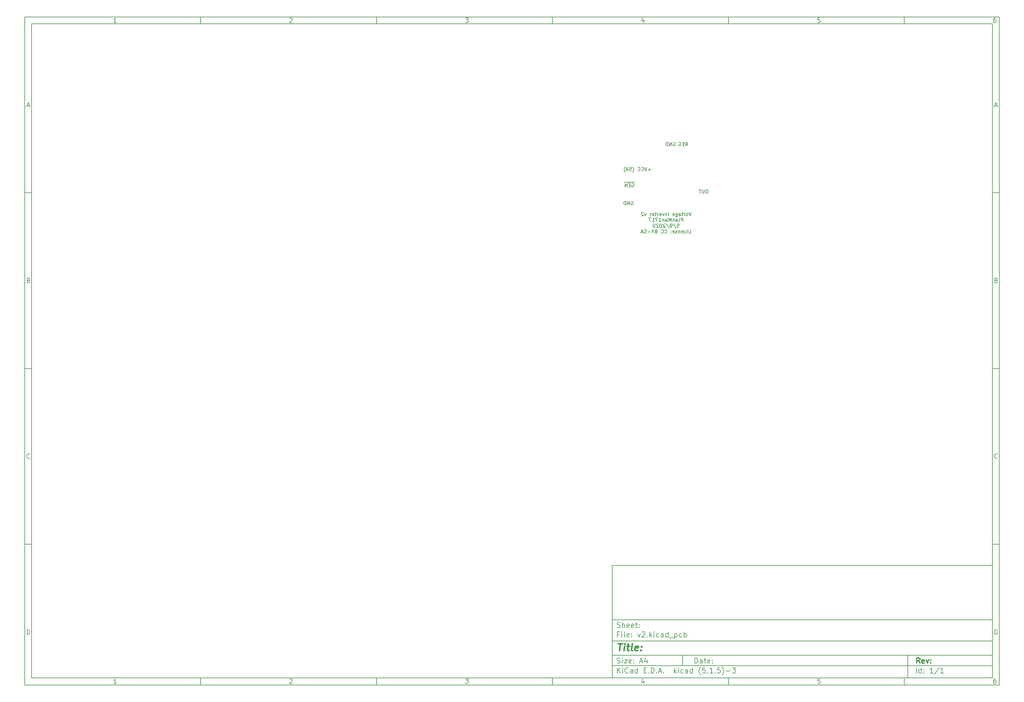
<source format=gbr>
G04 #@! TF.GenerationSoftware,KiCad,Pcbnew,(5.1.5)-3*
G04 #@! TF.CreationDate,2020-05-09T15:27:07-04:00*
G04 #@! TF.ProjectId,v2,76322e6b-6963-4616-945f-706362585858,rev?*
G04 #@! TF.SameCoordinates,Original*
G04 #@! TF.FileFunction,Legend,Bot*
G04 #@! TF.FilePolarity,Positive*
%FSLAX46Y46*%
G04 Gerber Fmt 4.6, Leading zero omitted, Abs format (unit mm)*
G04 Created by KiCad (PCBNEW (5.1.5)-3) date 2020-05-09 15:27:07*
%MOMM*%
%LPD*%
G04 APERTURE LIST*
%ADD10C,0.100000*%
%ADD11C,0.150000*%
%ADD12C,0.300000*%
%ADD13C,0.400000*%
G04 APERTURE END LIST*
D10*
D11*
X177002200Y-166007200D02*
X177002200Y-198007200D01*
X285002200Y-198007200D01*
X285002200Y-166007200D01*
X177002200Y-166007200D01*
D10*
D11*
X10000000Y-10000000D02*
X10000000Y-200007200D01*
X287002200Y-200007200D01*
X287002200Y-10000000D01*
X10000000Y-10000000D01*
D10*
D11*
X12000000Y-12000000D02*
X12000000Y-198007200D01*
X285002200Y-198007200D01*
X285002200Y-12000000D01*
X12000000Y-12000000D01*
D10*
D11*
X60000000Y-12000000D02*
X60000000Y-10000000D01*
D10*
D11*
X110000000Y-12000000D02*
X110000000Y-10000000D01*
D10*
D11*
X160000000Y-12000000D02*
X160000000Y-10000000D01*
D10*
D11*
X210000000Y-12000000D02*
X210000000Y-10000000D01*
D10*
D11*
X260000000Y-12000000D02*
X260000000Y-10000000D01*
D10*
D11*
X36065476Y-11588095D02*
X35322619Y-11588095D01*
X35694047Y-11588095D02*
X35694047Y-10288095D01*
X35570238Y-10473809D01*
X35446428Y-10597619D01*
X35322619Y-10659523D01*
D10*
D11*
X85322619Y-10411904D02*
X85384523Y-10350000D01*
X85508333Y-10288095D01*
X85817857Y-10288095D01*
X85941666Y-10350000D01*
X86003571Y-10411904D01*
X86065476Y-10535714D01*
X86065476Y-10659523D01*
X86003571Y-10845238D01*
X85260714Y-11588095D01*
X86065476Y-11588095D01*
D10*
D11*
X135260714Y-10288095D02*
X136065476Y-10288095D01*
X135632142Y-10783333D01*
X135817857Y-10783333D01*
X135941666Y-10845238D01*
X136003571Y-10907142D01*
X136065476Y-11030952D01*
X136065476Y-11340476D01*
X136003571Y-11464285D01*
X135941666Y-11526190D01*
X135817857Y-11588095D01*
X135446428Y-11588095D01*
X135322619Y-11526190D01*
X135260714Y-11464285D01*
D10*
D11*
X185941666Y-10721428D02*
X185941666Y-11588095D01*
X185632142Y-10226190D02*
X185322619Y-11154761D01*
X186127380Y-11154761D01*
D10*
D11*
X236003571Y-10288095D02*
X235384523Y-10288095D01*
X235322619Y-10907142D01*
X235384523Y-10845238D01*
X235508333Y-10783333D01*
X235817857Y-10783333D01*
X235941666Y-10845238D01*
X236003571Y-10907142D01*
X236065476Y-11030952D01*
X236065476Y-11340476D01*
X236003571Y-11464285D01*
X235941666Y-11526190D01*
X235817857Y-11588095D01*
X235508333Y-11588095D01*
X235384523Y-11526190D01*
X235322619Y-11464285D01*
D10*
D11*
X285941666Y-10288095D02*
X285694047Y-10288095D01*
X285570238Y-10350000D01*
X285508333Y-10411904D01*
X285384523Y-10597619D01*
X285322619Y-10845238D01*
X285322619Y-11340476D01*
X285384523Y-11464285D01*
X285446428Y-11526190D01*
X285570238Y-11588095D01*
X285817857Y-11588095D01*
X285941666Y-11526190D01*
X286003571Y-11464285D01*
X286065476Y-11340476D01*
X286065476Y-11030952D01*
X286003571Y-10907142D01*
X285941666Y-10845238D01*
X285817857Y-10783333D01*
X285570238Y-10783333D01*
X285446428Y-10845238D01*
X285384523Y-10907142D01*
X285322619Y-11030952D01*
D10*
D11*
X60000000Y-198007200D02*
X60000000Y-200007200D01*
D10*
D11*
X110000000Y-198007200D02*
X110000000Y-200007200D01*
D10*
D11*
X160000000Y-198007200D02*
X160000000Y-200007200D01*
D10*
D11*
X210000000Y-198007200D02*
X210000000Y-200007200D01*
D10*
D11*
X260000000Y-198007200D02*
X260000000Y-200007200D01*
D10*
D11*
X36065476Y-199595295D02*
X35322619Y-199595295D01*
X35694047Y-199595295D02*
X35694047Y-198295295D01*
X35570238Y-198481009D01*
X35446428Y-198604819D01*
X35322619Y-198666723D01*
D10*
D11*
X85322619Y-198419104D02*
X85384523Y-198357200D01*
X85508333Y-198295295D01*
X85817857Y-198295295D01*
X85941666Y-198357200D01*
X86003571Y-198419104D01*
X86065476Y-198542914D01*
X86065476Y-198666723D01*
X86003571Y-198852438D01*
X85260714Y-199595295D01*
X86065476Y-199595295D01*
D10*
D11*
X135260714Y-198295295D02*
X136065476Y-198295295D01*
X135632142Y-198790533D01*
X135817857Y-198790533D01*
X135941666Y-198852438D01*
X136003571Y-198914342D01*
X136065476Y-199038152D01*
X136065476Y-199347676D01*
X136003571Y-199471485D01*
X135941666Y-199533390D01*
X135817857Y-199595295D01*
X135446428Y-199595295D01*
X135322619Y-199533390D01*
X135260714Y-199471485D01*
D10*
D11*
X185941666Y-198728628D02*
X185941666Y-199595295D01*
X185632142Y-198233390D02*
X185322619Y-199161961D01*
X186127380Y-199161961D01*
D10*
D11*
X236003571Y-198295295D02*
X235384523Y-198295295D01*
X235322619Y-198914342D01*
X235384523Y-198852438D01*
X235508333Y-198790533D01*
X235817857Y-198790533D01*
X235941666Y-198852438D01*
X236003571Y-198914342D01*
X236065476Y-199038152D01*
X236065476Y-199347676D01*
X236003571Y-199471485D01*
X235941666Y-199533390D01*
X235817857Y-199595295D01*
X235508333Y-199595295D01*
X235384523Y-199533390D01*
X235322619Y-199471485D01*
D10*
D11*
X285941666Y-198295295D02*
X285694047Y-198295295D01*
X285570238Y-198357200D01*
X285508333Y-198419104D01*
X285384523Y-198604819D01*
X285322619Y-198852438D01*
X285322619Y-199347676D01*
X285384523Y-199471485D01*
X285446428Y-199533390D01*
X285570238Y-199595295D01*
X285817857Y-199595295D01*
X285941666Y-199533390D01*
X286003571Y-199471485D01*
X286065476Y-199347676D01*
X286065476Y-199038152D01*
X286003571Y-198914342D01*
X285941666Y-198852438D01*
X285817857Y-198790533D01*
X285570238Y-198790533D01*
X285446428Y-198852438D01*
X285384523Y-198914342D01*
X285322619Y-199038152D01*
D10*
D11*
X10000000Y-60000000D02*
X12000000Y-60000000D01*
D10*
D11*
X10000000Y-110000000D02*
X12000000Y-110000000D01*
D10*
D11*
X10000000Y-160000000D02*
X12000000Y-160000000D01*
D10*
D11*
X10690476Y-35216666D02*
X11309523Y-35216666D01*
X10566666Y-35588095D02*
X11000000Y-34288095D01*
X11433333Y-35588095D01*
D10*
D11*
X11092857Y-84907142D02*
X11278571Y-84969047D01*
X11340476Y-85030952D01*
X11402380Y-85154761D01*
X11402380Y-85340476D01*
X11340476Y-85464285D01*
X11278571Y-85526190D01*
X11154761Y-85588095D01*
X10659523Y-85588095D01*
X10659523Y-84288095D01*
X11092857Y-84288095D01*
X11216666Y-84350000D01*
X11278571Y-84411904D01*
X11340476Y-84535714D01*
X11340476Y-84659523D01*
X11278571Y-84783333D01*
X11216666Y-84845238D01*
X11092857Y-84907142D01*
X10659523Y-84907142D01*
D10*
D11*
X11402380Y-135464285D02*
X11340476Y-135526190D01*
X11154761Y-135588095D01*
X11030952Y-135588095D01*
X10845238Y-135526190D01*
X10721428Y-135402380D01*
X10659523Y-135278571D01*
X10597619Y-135030952D01*
X10597619Y-134845238D01*
X10659523Y-134597619D01*
X10721428Y-134473809D01*
X10845238Y-134350000D01*
X11030952Y-134288095D01*
X11154761Y-134288095D01*
X11340476Y-134350000D01*
X11402380Y-134411904D01*
D10*
D11*
X10659523Y-185588095D02*
X10659523Y-184288095D01*
X10969047Y-184288095D01*
X11154761Y-184350000D01*
X11278571Y-184473809D01*
X11340476Y-184597619D01*
X11402380Y-184845238D01*
X11402380Y-185030952D01*
X11340476Y-185278571D01*
X11278571Y-185402380D01*
X11154761Y-185526190D01*
X10969047Y-185588095D01*
X10659523Y-185588095D01*
D10*
D11*
X287002200Y-60000000D02*
X285002200Y-60000000D01*
D10*
D11*
X287002200Y-110000000D02*
X285002200Y-110000000D01*
D10*
D11*
X287002200Y-160000000D02*
X285002200Y-160000000D01*
D10*
D11*
X285692676Y-35216666D02*
X286311723Y-35216666D01*
X285568866Y-35588095D02*
X286002200Y-34288095D01*
X286435533Y-35588095D01*
D10*
D11*
X286095057Y-84907142D02*
X286280771Y-84969047D01*
X286342676Y-85030952D01*
X286404580Y-85154761D01*
X286404580Y-85340476D01*
X286342676Y-85464285D01*
X286280771Y-85526190D01*
X286156961Y-85588095D01*
X285661723Y-85588095D01*
X285661723Y-84288095D01*
X286095057Y-84288095D01*
X286218866Y-84350000D01*
X286280771Y-84411904D01*
X286342676Y-84535714D01*
X286342676Y-84659523D01*
X286280771Y-84783333D01*
X286218866Y-84845238D01*
X286095057Y-84907142D01*
X285661723Y-84907142D01*
D10*
D11*
X286404580Y-135464285D02*
X286342676Y-135526190D01*
X286156961Y-135588095D01*
X286033152Y-135588095D01*
X285847438Y-135526190D01*
X285723628Y-135402380D01*
X285661723Y-135278571D01*
X285599819Y-135030952D01*
X285599819Y-134845238D01*
X285661723Y-134597619D01*
X285723628Y-134473809D01*
X285847438Y-134350000D01*
X286033152Y-134288095D01*
X286156961Y-134288095D01*
X286342676Y-134350000D01*
X286404580Y-134411904D01*
D10*
D11*
X285661723Y-185588095D02*
X285661723Y-184288095D01*
X285971247Y-184288095D01*
X286156961Y-184350000D01*
X286280771Y-184473809D01*
X286342676Y-184597619D01*
X286404580Y-184845238D01*
X286404580Y-185030952D01*
X286342676Y-185278571D01*
X286280771Y-185402380D01*
X286156961Y-185526190D01*
X285971247Y-185588095D01*
X285661723Y-185588095D01*
D10*
D11*
X200434342Y-193785771D02*
X200434342Y-192285771D01*
X200791485Y-192285771D01*
X201005771Y-192357200D01*
X201148628Y-192500057D01*
X201220057Y-192642914D01*
X201291485Y-192928628D01*
X201291485Y-193142914D01*
X201220057Y-193428628D01*
X201148628Y-193571485D01*
X201005771Y-193714342D01*
X200791485Y-193785771D01*
X200434342Y-193785771D01*
X202577200Y-193785771D02*
X202577200Y-193000057D01*
X202505771Y-192857200D01*
X202362914Y-192785771D01*
X202077200Y-192785771D01*
X201934342Y-192857200D01*
X202577200Y-193714342D02*
X202434342Y-193785771D01*
X202077200Y-193785771D01*
X201934342Y-193714342D01*
X201862914Y-193571485D01*
X201862914Y-193428628D01*
X201934342Y-193285771D01*
X202077200Y-193214342D01*
X202434342Y-193214342D01*
X202577200Y-193142914D01*
X203077200Y-192785771D02*
X203648628Y-192785771D01*
X203291485Y-192285771D02*
X203291485Y-193571485D01*
X203362914Y-193714342D01*
X203505771Y-193785771D01*
X203648628Y-193785771D01*
X204720057Y-193714342D02*
X204577200Y-193785771D01*
X204291485Y-193785771D01*
X204148628Y-193714342D01*
X204077200Y-193571485D01*
X204077200Y-193000057D01*
X204148628Y-192857200D01*
X204291485Y-192785771D01*
X204577200Y-192785771D01*
X204720057Y-192857200D01*
X204791485Y-193000057D01*
X204791485Y-193142914D01*
X204077200Y-193285771D01*
X205434342Y-193642914D02*
X205505771Y-193714342D01*
X205434342Y-193785771D01*
X205362914Y-193714342D01*
X205434342Y-193642914D01*
X205434342Y-193785771D01*
X205434342Y-192857200D02*
X205505771Y-192928628D01*
X205434342Y-193000057D01*
X205362914Y-192928628D01*
X205434342Y-192857200D01*
X205434342Y-193000057D01*
D10*
D11*
X177002200Y-194507200D02*
X285002200Y-194507200D01*
D10*
D11*
X178434342Y-196585771D02*
X178434342Y-195085771D01*
X179291485Y-196585771D02*
X178648628Y-195728628D01*
X179291485Y-195085771D02*
X178434342Y-195942914D01*
X179934342Y-196585771D02*
X179934342Y-195585771D01*
X179934342Y-195085771D02*
X179862914Y-195157200D01*
X179934342Y-195228628D01*
X180005771Y-195157200D01*
X179934342Y-195085771D01*
X179934342Y-195228628D01*
X181505771Y-196442914D02*
X181434342Y-196514342D01*
X181220057Y-196585771D01*
X181077200Y-196585771D01*
X180862914Y-196514342D01*
X180720057Y-196371485D01*
X180648628Y-196228628D01*
X180577200Y-195942914D01*
X180577200Y-195728628D01*
X180648628Y-195442914D01*
X180720057Y-195300057D01*
X180862914Y-195157200D01*
X181077200Y-195085771D01*
X181220057Y-195085771D01*
X181434342Y-195157200D01*
X181505771Y-195228628D01*
X182791485Y-196585771D02*
X182791485Y-195800057D01*
X182720057Y-195657200D01*
X182577200Y-195585771D01*
X182291485Y-195585771D01*
X182148628Y-195657200D01*
X182791485Y-196514342D02*
X182648628Y-196585771D01*
X182291485Y-196585771D01*
X182148628Y-196514342D01*
X182077200Y-196371485D01*
X182077200Y-196228628D01*
X182148628Y-196085771D01*
X182291485Y-196014342D01*
X182648628Y-196014342D01*
X182791485Y-195942914D01*
X184148628Y-196585771D02*
X184148628Y-195085771D01*
X184148628Y-196514342D02*
X184005771Y-196585771D01*
X183720057Y-196585771D01*
X183577200Y-196514342D01*
X183505771Y-196442914D01*
X183434342Y-196300057D01*
X183434342Y-195871485D01*
X183505771Y-195728628D01*
X183577200Y-195657200D01*
X183720057Y-195585771D01*
X184005771Y-195585771D01*
X184148628Y-195657200D01*
X186005771Y-195800057D02*
X186505771Y-195800057D01*
X186720057Y-196585771D02*
X186005771Y-196585771D01*
X186005771Y-195085771D01*
X186720057Y-195085771D01*
X187362914Y-196442914D02*
X187434342Y-196514342D01*
X187362914Y-196585771D01*
X187291485Y-196514342D01*
X187362914Y-196442914D01*
X187362914Y-196585771D01*
X188077200Y-196585771D02*
X188077200Y-195085771D01*
X188434342Y-195085771D01*
X188648628Y-195157200D01*
X188791485Y-195300057D01*
X188862914Y-195442914D01*
X188934342Y-195728628D01*
X188934342Y-195942914D01*
X188862914Y-196228628D01*
X188791485Y-196371485D01*
X188648628Y-196514342D01*
X188434342Y-196585771D01*
X188077200Y-196585771D01*
X189577200Y-196442914D02*
X189648628Y-196514342D01*
X189577200Y-196585771D01*
X189505771Y-196514342D01*
X189577200Y-196442914D01*
X189577200Y-196585771D01*
X190220057Y-196157200D02*
X190934342Y-196157200D01*
X190077200Y-196585771D02*
X190577200Y-195085771D01*
X191077200Y-196585771D01*
X191577200Y-196442914D02*
X191648628Y-196514342D01*
X191577200Y-196585771D01*
X191505771Y-196514342D01*
X191577200Y-196442914D01*
X191577200Y-196585771D01*
X194577200Y-196585771D02*
X194577200Y-195085771D01*
X194720057Y-196014342D02*
X195148628Y-196585771D01*
X195148628Y-195585771D02*
X194577200Y-196157200D01*
X195791485Y-196585771D02*
X195791485Y-195585771D01*
X195791485Y-195085771D02*
X195720057Y-195157200D01*
X195791485Y-195228628D01*
X195862914Y-195157200D01*
X195791485Y-195085771D01*
X195791485Y-195228628D01*
X197148628Y-196514342D02*
X197005771Y-196585771D01*
X196720057Y-196585771D01*
X196577200Y-196514342D01*
X196505771Y-196442914D01*
X196434342Y-196300057D01*
X196434342Y-195871485D01*
X196505771Y-195728628D01*
X196577200Y-195657200D01*
X196720057Y-195585771D01*
X197005771Y-195585771D01*
X197148628Y-195657200D01*
X198434342Y-196585771D02*
X198434342Y-195800057D01*
X198362914Y-195657200D01*
X198220057Y-195585771D01*
X197934342Y-195585771D01*
X197791485Y-195657200D01*
X198434342Y-196514342D02*
X198291485Y-196585771D01*
X197934342Y-196585771D01*
X197791485Y-196514342D01*
X197720057Y-196371485D01*
X197720057Y-196228628D01*
X197791485Y-196085771D01*
X197934342Y-196014342D01*
X198291485Y-196014342D01*
X198434342Y-195942914D01*
X199791485Y-196585771D02*
X199791485Y-195085771D01*
X199791485Y-196514342D02*
X199648628Y-196585771D01*
X199362914Y-196585771D01*
X199220057Y-196514342D01*
X199148628Y-196442914D01*
X199077200Y-196300057D01*
X199077200Y-195871485D01*
X199148628Y-195728628D01*
X199220057Y-195657200D01*
X199362914Y-195585771D01*
X199648628Y-195585771D01*
X199791485Y-195657200D01*
X202077200Y-197157200D02*
X202005771Y-197085771D01*
X201862914Y-196871485D01*
X201791485Y-196728628D01*
X201720057Y-196514342D01*
X201648628Y-196157200D01*
X201648628Y-195871485D01*
X201720057Y-195514342D01*
X201791485Y-195300057D01*
X201862914Y-195157200D01*
X202005771Y-194942914D01*
X202077200Y-194871485D01*
X203362914Y-195085771D02*
X202648628Y-195085771D01*
X202577200Y-195800057D01*
X202648628Y-195728628D01*
X202791485Y-195657200D01*
X203148628Y-195657200D01*
X203291485Y-195728628D01*
X203362914Y-195800057D01*
X203434342Y-195942914D01*
X203434342Y-196300057D01*
X203362914Y-196442914D01*
X203291485Y-196514342D01*
X203148628Y-196585771D01*
X202791485Y-196585771D01*
X202648628Y-196514342D01*
X202577200Y-196442914D01*
X204077200Y-196442914D02*
X204148628Y-196514342D01*
X204077200Y-196585771D01*
X204005771Y-196514342D01*
X204077200Y-196442914D01*
X204077200Y-196585771D01*
X205577200Y-196585771D02*
X204720057Y-196585771D01*
X205148628Y-196585771D02*
X205148628Y-195085771D01*
X205005771Y-195300057D01*
X204862914Y-195442914D01*
X204720057Y-195514342D01*
X206220057Y-196442914D02*
X206291485Y-196514342D01*
X206220057Y-196585771D01*
X206148628Y-196514342D01*
X206220057Y-196442914D01*
X206220057Y-196585771D01*
X207648628Y-195085771D02*
X206934342Y-195085771D01*
X206862914Y-195800057D01*
X206934342Y-195728628D01*
X207077200Y-195657200D01*
X207434342Y-195657200D01*
X207577200Y-195728628D01*
X207648628Y-195800057D01*
X207720057Y-195942914D01*
X207720057Y-196300057D01*
X207648628Y-196442914D01*
X207577200Y-196514342D01*
X207434342Y-196585771D01*
X207077200Y-196585771D01*
X206934342Y-196514342D01*
X206862914Y-196442914D01*
X208220057Y-197157200D02*
X208291485Y-197085771D01*
X208434342Y-196871485D01*
X208505771Y-196728628D01*
X208577200Y-196514342D01*
X208648628Y-196157200D01*
X208648628Y-195871485D01*
X208577200Y-195514342D01*
X208505771Y-195300057D01*
X208434342Y-195157200D01*
X208291485Y-194942914D01*
X208220057Y-194871485D01*
X209362914Y-196014342D02*
X210505771Y-196014342D01*
X211077200Y-195085771D02*
X212005771Y-195085771D01*
X211505771Y-195657200D01*
X211720057Y-195657200D01*
X211862914Y-195728628D01*
X211934342Y-195800057D01*
X212005771Y-195942914D01*
X212005771Y-196300057D01*
X211934342Y-196442914D01*
X211862914Y-196514342D01*
X211720057Y-196585771D01*
X211291485Y-196585771D01*
X211148628Y-196514342D01*
X211077200Y-196442914D01*
D10*
D11*
X177002200Y-191507200D02*
X285002200Y-191507200D01*
D10*
D12*
X264411485Y-193785771D02*
X263911485Y-193071485D01*
X263554342Y-193785771D02*
X263554342Y-192285771D01*
X264125771Y-192285771D01*
X264268628Y-192357200D01*
X264340057Y-192428628D01*
X264411485Y-192571485D01*
X264411485Y-192785771D01*
X264340057Y-192928628D01*
X264268628Y-193000057D01*
X264125771Y-193071485D01*
X263554342Y-193071485D01*
X265625771Y-193714342D02*
X265482914Y-193785771D01*
X265197200Y-193785771D01*
X265054342Y-193714342D01*
X264982914Y-193571485D01*
X264982914Y-193000057D01*
X265054342Y-192857200D01*
X265197200Y-192785771D01*
X265482914Y-192785771D01*
X265625771Y-192857200D01*
X265697200Y-193000057D01*
X265697200Y-193142914D01*
X264982914Y-193285771D01*
X266197200Y-192785771D02*
X266554342Y-193785771D01*
X266911485Y-192785771D01*
X267482914Y-193642914D02*
X267554342Y-193714342D01*
X267482914Y-193785771D01*
X267411485Y-193714342D01*
X267482914Y-193642914D01*
X267482914Y-193785771D01*
X267482914Y-192857200D02*
X267554342Y-192928628D01*
X267482914Y-193000057D01*
X267411485Y-192928628D01*
X267482914Y-192857200D01*
X267482914Y-193000057D01*
D10*
D11*
X178362914Y-193714342D02*
X178577200Y-193785771D01*
X178934342Y-193785771D01*
X179077200Y-193714342D01*
X179148628Y-193642914D01*
X179220057Y-193500057D01*
X179220057Y-193357200D01*
X179148628Y-193214342D01*
X179077200Y-193142914D01*
X178934342Y-193071485D01*
X178648628Y-193000057D01*
X178505771Y-192928628D01*
X178434342Y-192857200D01*
X178362914Y-192714342D01*
X178362914Y-192571485D01*
X178434342Y-192428628D01*
X178505771Y-192357200D01*
X178648628Y-192285771D01*
X179005771Y-192285771D01*
X179220057Y-192357200D01*
X179862914Y-193785771D02*
X179862914Y-192785771D01*
X179862914Y-192285771D02*
X179791485Y-192357200D01*
X179862914Y-192428628D01*
X179934342Y-192357200D01*
X179862914Y-192285771D01*
X179862914Y-192428628D01*
X180434342Y-192785771D02*
X181220057Y-192785771D01*
X180434342Y-193785771D01*
X181220057Y-193785771D01*
X182362914Y-193714342D02*
X182220057Y-193785771D01*
X181934342Y-193785771D01*
X181791485Y-193714342D01*
X181720057Y-193571485D01*
X181720057Y-193000057D01*
X181791485Y-192857200D01*
X181934342Y-192785771D01*
X182220057Y-192785771D01*
X182362914Y-192857200D01*
X182434342Y-193000057D01*
X182434342Y-193142914D01*
X181720057Y-193285771D01*
X183077200Y-193642914D02*
X183148628Y-193714342D01*
X183077200Y-193785771D01*
X183005771Y-193714342D01*
X183077200Y-193642914D01*
X183077200Y-193785771D01*
X183077200Y-192857200D02*
X183148628Y-192928628D01*
X183077200Y-193000057D01*
X183005771Y-192928628D01*
X183077200Y-192857200D01*
X183077200Y-193000057D01*
X184862914Y-193357200D02*
X185577200Y-193357200D01*
X184720057Y-193785771D02*
X185220057Y-192285771D01*
X185720057Y-193785771D01*
X186862914Y-192785771D02*
X186862914Y-193785771D01*
X186505771Y-192214342D02*
X186148628Y-193285771D01*
X187077200Y-193285771D01*
D10*
D11*
X263434342Y-196585771D02*
X263434342Y-195085771D01*
X264791485Y-196585771D02*
X264791485Y-195085771D01*
X264791485Y-196514342D02*
X264648628Y-196585771D01*
X264362914Y-196585771D01*
X264220057Y-196514342D01*
X264148628Y-196442914D01*
X264077200Y-196300057D01*
X264077200Y-195871485D01*
X264148628Y-195728628D01*
X264220057Y-195657200D01*
X264362914Y-195585771D01*
X264648628Y-195585771D01*
X264791485Y-195657200D01*
X265505771Y-196442914D02*
X265577200Y-196514342D01*
X265505771Y-196585771D01*
X265434342Y-196514342D01*
X265505771Y-196442914D01*
X265505771Y-196585771D01*
X265505771Y-195657200D02*
X265577200Y-195728628D01*
X265505771Y-195800057D01*
X265434342Y-195728628D01*
X265505771Y-195657200D01*
X265505771Y-195800057D01*
X268148628Y-196585771D02*
X267291485Y-196585771D01*
X267720057Y-196585771D02*
X267720057Y-195085771D01*
X267577200Y-195300057D01*
X267434342Y-195442914D01*
X267291485Y-195514342D01*
X269862914Y-195014342D02*
X268577200Y-196942914D01*
X271148628Y-196585771D02*
X270291485Y-196585771D01*
X270720057Y-196585771D02*
X270720057Y-195085771D01*
X270577200Y-195300057D01*
X270434342Y-195442914D01*
X270291485Y-195514342D01*
D10*
D11*
X177002200Y-187507200D02*
X285002200Y-187507200D01*
D10*
D13*
X178714580Y-188211961D02*
X179857438Y-188211961D01*
X179036009Y-190211961D02*
X179286009Y-188211961D01*
X180274104Y-190211961D02*
X180440771Y-188878628D01*
X180524104Y-188211961D02*
X180416961Y-188307200D01*
X180500295Y-188402438D01*
X180607438Y-188307200D01*
X180524104Y-188211961D01*
X180500295Y-188402438D01*
X181107438Y-188878628D02*
X181869342Y-188878628D01*
X181476485Y-188211961D02*
X181262200Y-189926247D01*
X181333628Y-190116723D01*
X181512200Y-190211961D01*
X181702676Y-190211961D01*
X182655057Y-190211961D02*
X182476485Y-190116723D01*
X182405057Y-189926247D01*
X182619342Y-188211961D01*
X184190771Y-190116723D02*
X183988390Y-190211961D01*
X183607438Y-190211961D01*
X183428866Y-190116723D01*
X183357438Y-189926247D01*
X183452676Y-189164342D01*
X183571723Y-188973866D01*
X183774104Y-188878628D01*
X184155057Y-188878628D01*
X184333628Y-188973866D01*
X184405057Y-189164342D01*
X184381247Y-189354819D01*
X183405057Y-189545295D01*
X185155057Y-190021485D02*
X185238390Y-190116723D01*
X185131247Y-190211961D01*
X185047914Y-190116723D01*
X185155057Y-190021485D01*
X185131247Y-190211961D01*
X185286009Y-188973866D02*
X185369342Y-189069104D01*
X185262200Y-189164342D01*
X185178866Y-189069104D01*
X185286009Y-188973866D01*
X185262200Y-189164342D01*
D10*
D11*
X178934342Y-185600057D02*
X178434342Y-185600057D01*
X178434342Y-186385771D02*
X178434342Y-184885771D01*
X179148628Y-184885771D01*
X179720057Y-186385771D02*
X179720057Y-185385771D01*
X179720057Y-184885771D02*
X179648628Y-184957200D01*
X179720057Y-185028628D01*
X179791485Y-184957200D01*
X179720057Y-184885771D01*
X179720057Y-185028628D01*
X180648628Y-186385771D02*
X180505771Y-186314342D01*
X180434342Y-186171485D01*
X180434342Y-184885771D01*
X181791485Y-186314342D02*
X181648628Y-186385771D01*
X181362914Y-186385771D01*
X181220057Y-186314342D01*
X181148628Y-186171485D01*
X181148628Y-185600057D01*
X181220057Y-185457200D01*
X181362914Y-185385771D01*
X181648628Y-185385771D01*
X181791485Y-185457200D01*
X181862914Y-185600057D01*
X181862914Y-185742914D01*
X181148628Y-185885771D01*
X182505771Y-186242914D02*
X182577200Y-186314342D01*
X182505771Y-186385771D01*
X182434342Y-186314342D01*
X182505771Y-186242914D01*
X182505771Y-186385771D01*
X182505771Y-185457200D02*
X182577200Y-185528628D01*
X182505771Y-185600057D01*
X182434342Y-185528628D01*
X182505771Y-185457200D01*
X182505771Y-185600057D01*
X184220057Y-185385771D02*
X184577200Y-186385771D01*
X184934342Y-185385771D01*
X185434342Y-185028628D02*
X185505771Y-184957200D01*
X185648628Y-184885771D01*
X186005771Y-184885771D01*
X186148628Y-184957200D01*
X186220057Y-185028628D01*
X186291485Y-185171485D01*
X186291485Y-185314342D01*
X186220057Y-185528628D01*
X185362914Y-186385771D01*
X186291485Y-186385771D01*
X186934342Y-186242914D02*
X187005771Y-186314342D01*
X186934342Y-186385771D01*
X186862914Y-186314342D01*
X186934342Y-186242914D01*
X186934342Y-186385771D01*
X187648628Y-186385771D02*
X187648628Y-184885771D01*
X187791485Y-185814342D02*
X188220057Y-186385771D01*
X188220057Y-185385771D02*
X187648628Y-185957200D01*
X188862914Y-186385771D02*
X188862914Y-185385771D01*
X188862914Y-184885771D02*
X188791485Y-184957200D01*
X188862914Y-185028628D01*
X188934342Y-184957200D01*
X188862914Y-184885771D01*
X188862914Y-185028628D01*
X190220057Y-186314342D02*
X190077200Y-186385771D01*
X189791485Y-186385771D01*
X189648628Y-186314342D01*
X189577200Y-186242914D01*
X189505771Y-186100057D01*
X189505771Y-185671485D01*
X189577200Y-185528628D01*
X189648628Y-185457200D01*
X189791485Y-185385771D01*
X190077200Y-185385771D01*
X190220057Y-185457200D01*
X191505771Y-186385771D02*
X191505771Y-185600057D01*
X191434342Y-185457200D01*
X191291485Y-185385771D01*
X191005771Y-185385771D01*
X190862914Y-185457200D01*
X191505771Y-186314342D02*
X191362914Y-186385771D01*
X191005771Y-186385771D01*
X190862914Y-186314342D01*
X190791485Y-186171485D01*
X190791485Y-186028628D01*
X190862914Y-185885771D01*
X191005771Y-185814342D01*
X191362914Y-185814342D01*
X191505771Y-185742914D01*
X192862914Y-186385771D02*
X192862914Y-184885771D01*
X192862914Y-186314342D02*
X192720057Y-186385771D01*
X192434342Y-186385771D01*
X192291485Y-186314342D01*
X192220057Y-186242914D01*
X192148628Y-186100057D01*
X192148628Y-185671485D01*
X192220057Y-185528628D01*
X192291485Y-185457200D01*
X192434342Y-185385771D01*
X192720057Y-185385771D01*
X192862914Y-185457200D01*
X193220057Y-186528628D02*
X194362914Y-186528628D01*
X194720057Y-185385771D02*
X194720057Y-186885771D01*
X194720057Y-185457200D02*
X194862914Y-185385771D01*
X195148628Y-185385771D01*
X195291485Y-185457200D01*
X195362914Y-185528628D01*
X195434342Y-185671485D01*
X195434342Y-186100057D01*
X195362914Y-186242914D01*
X195291485Y-186314342D01*
X195148628Y-186385771D01*
X194862914Y-186385771D01*
X194720057Y-186314342D01*
X196720057Y-186314342D02*
X196577200Y-186385771D01*
X196291485Y-186385771D01*
X196148628Y-186314342D01*
X196077200Y-186242914D01*
X196005771Y-186100057D01*
X196005771Y-185671485D01*
X196077200Y-185528628D01*
X196148628Y-185457200D01*
X196291485Y-185385771D01*
X196577200Y-185385771D01*
X196720057Y-185457200D01*
X197362914Y-186385771D02*
X197362914Y-184885771D01*
X197362914Y-185457200D02*
X197505771Y-185385771D01*
X197791485Y-185385771D01*
X197934342Y-185457200D01*
X198005771Y-185528628D01*
X198077200Y-185671485D01*
X198077200Y-186100057D01*
X198005771Y-186242914D01*
X197934342Y-186314342D01*
X197791485Y-186385771D01*
X197505771Y-186385771D01*
X197362914Y-186314342D01*
D10*
D11*
X177002200Y-181507200D02*
X285002200Y-181507200D01*
D10*
D11*
X178362914Y-183614342D02*
X178577200Y-183685771D01*
X178934342Y-183685771D01*
X179077200Y-183614342D01*
X179148628Y-183542914D01*
X179220057Y-183400057D01*
X179220057Y-183257200D01*
X179148628Y-183114342D01*
X179077200Y-183042914D01*
X178934342Y-182971485D01*
X178648628Y-182900057D01*
X178505771Y-182828628D01*
X178434342Y-182757200D01*
X178362914Y-182614342D01*
X178362914Y-182471485D01*
X178434342Y-182328628D01*
X178505771Y-182257200D01*
X178648628Y-182185771D01*
X179005771Y-182185771D01*
X179220057Y-182257200D01*
X179862914Y-183685771D02*
X179862914Y-182185771D01*
X180505771Y-183685771D02*
X180505771Y-182900057D01*
X180434342Y-182757200D01*
X180291485Y-182685771D01*
X180077200Y-182685771D01*
X179934342Y-182757200D01*
X179862914Y-182828628D01*
X181791485Y-183614342D02*
X181648628Y-183685771D01*
X181362914Y-183685771D01*
X181220057Y-183614342D01*
X181148628Y-183471485D01*
X181148628Y-182900057D01*
X181220057Y-182757200D01*
X181362914Y-182685771D01*
X181648628Y-182685771D01*
X181791485Y-182757200D01*
X181862914Y-182900057D01*
X181862914Y-183042914D01*
X181148628Y-183185771D01*
X183077200Y-183614342D02*
X182934342Y-183685771D01*
X182648628Y-183685771D01*
X182505771Y-183614342D01*
X182434342Y-183471485D01*
X182434342Y-182900057D01*
X182505771Y-182757200D01*
X182648628Y-182685771D01*
X182934342Y-182685771D01*
X183077200Y-182757200D01*
X183148628Y-182900057D01*
X183148628Y-183042914D01*
X182434342Y-183185771D01*
X183577200Y-182685771D02*
X184148628Y-182685771D01*
X183791485Y-182185771D02*
X183791485Y-183471485D01*
X183862914Y-183614342D01*
X184005771Y-183685771D01*
X184148628Y-183685771D01*
X184648628Y-183542914D02*
X184720057Y-183614342D01*
X184648628Y-183685771D01*
X184577200Y-183614342D01*
X184648628Y-183542914D01*
X184648628Y-183685771D01*
X184648628Y-182757200D02*
X184720057Y-182828628D01*
X184648628Y-182900057D01*
X184577200Y-182828628D01*
X184648628Y-182757200D01*
X184648628Y-182900057D01*
D10*
D11*
X197002200Y-191507200D02*
X197002200Y-194507200D01*
D10*
D11*
X261002200Y-191507200D02*
X261002200Y-198007200D01*
X199397047Y-65557380D02*
X199063714Y-66557380D01*
X198730380Y-65557380D01*
X198254190Y-66557380D02*
X198349428Y-66509761D01*
X198397047Y-66462142D01*
X198444666Y-66366904D01*
X198444666Y-66081190D01*
X198397047Y-65985952D01*
X198349428Y-65938333D01*
X198254190Y-65890714D01*
X198111333Y-65890714D01*
X198016095Y-65938333D01*
X197968476Y-65985952D01*
X197920857Y-66081190D01*
X197920857Y-66366904D01*
X197968476Y-66462142D01*
X198016095Y-66509761D01*
X198111333Y-66557380D01*
X198254190Y-66557380D01*
X197349428Y-66557380D02*
X197444666Y-66509761D01*
X197492285Y-66414523D01*
X197492285Y-65557380D01*
X197111333Y-65890714D02*
X196730380Y-65890714D01*
X196968476Y-65557380D02*
X196968476Y-66414523D01*
X196920857Y-66509761D01*
X196825619Y-66557380D01*
X196730380Y-66557380D01*
X195968476Y-66557380D02*
X195968476Y-66033571D01*
X196016095Y-65938333D01*
X196111333Y-65890714D01*
X196301809Y-65890714D01*
X196397047Y-65938333D01*
X195968476Y-66509761D02*
X196063714Y-66557380D01*
X196301809Y-66557380D01*
X196397047Y-66509761D01*
X196444666Y-66414523D01*
X196444666Y-66319285D01*
X196397047Y-66224047D01*
X196301809Y-66176428D01*
X196063714Y-66176428D01*
X195968476Y-66128809D01*
X195063714Y-65890714D02*
X195063714Y-66700238D01*
X195111333Y-66795476D01*
X195158952Y-66843095D01*
X195254190Y-66890714D01*
X195397047Y-66890714D01*
X195492285Y-66843095D01*
X195063714Y-66509761D02*
X195158952Y-66557380D01*
X195349428Y-66557380D01*
X195444666Y-66509761D01*
X195492285Y-66462142D01*
X195539904Y-66366904D01*
X195539904Y-66081190D01*
X195492285Y-65985952D01*
X195444666Y-65938333D01*
X195349428Y-65890714D01*
X195158952Y-65890714D01*
X195063714Y-65938333D01*
X194206571Y-66509761D02*
X194301809Y-66557380D01*
X194492285Y-66557380D01*
X194587523Y-66509761D01*
X194635142Y-66414523D01*
X194635142Y-66033571D01*
X194587523Y-65938333D01*
X194492285Y-65890714D01*
X194301809Y-65890714D01*
X194206571Y-65938333D01*
X194158952Y-66033571D01*
X194158952Y-66128809D01*
X194635142Y-66224047D01*
X192968476Y-66557380D02*
X192968476Y-65557380D01*
X192492285Y-65890714D02*
X192492285Y-66557380D01*
X192492285Y-65985952D02*
X192444666Y-65938333D01*
X192349428Y-65890714D01*
X192206571Y-65890714D01*
X192111333Y-65938333D01*
X192063714Y-66033571D01*
X192063714Y-66557380D01*
X191682761Y-65890714D02*
X191444666Y-66557380D01*
X191206571Y-65890714D01*
X190444666Y-66509761D02*
X190539904Y-66557380D01*
X190730380Y-66557380D01*
X190825619Y-66509761D01*
X190873238Y-66414523D01*
X190873238Y-66033571D01*
X190825619Y-65938333D01*
X190730380Y-65890714D01*
X190539904Y-65890714D01*
X190444666Y-65938333D01*
X190397047Y-66033571D01*
X190397047Y-66128809D01*
X190873238Y-66224047D01*
X189968476Y-66557380D02*
X189968476Y-65890714D01*
X189968476Y-66081190D02*
X189920857Y-65985952D01*
X189873238Y-65938333D01*
X189778000Y-65890714D01*
X189682761Y-65890714D01*
X189492285Y-65890714D02*
X189111333Y-65890714D01*
X189349428Y-65557380D02*
X189349428Y-66414523D01*
X189301809Y-66509761D01*
X189206571Y-66557380D01*
X189111333Y-66557380D01*
X188397047Y-66509761D02*
X188492285Y-66557380D01*
X188682761Y-66557380D01*
X188778000Y-66509761D01*
X188825619Y-66414523D01*
X188825619Y-66033571D01*
X188778000Y-65938333D01*
X188682761Y-65890714D01*
X188492285Y-65890714D01*
X188397047Y-65938333D01*
X188349428Y-66033571D01*
X188349428Y-66128809D01*
X188825619Y-66224047D01*
X187920857Y-66557380D02*
X187920857Y-65890714D01*
X187920857Y-66081190D02*
X187873238Y-65985952D01*
X187825619Y-65938333D01*
X187730380Y-65890714D01*
X187635142Y-65890714D01*
X186635142Y-65890714D02*
X186397047Y-66557380D01*
X186158952Y-65890714D01*
X185825619Y-65652619D02*
X185778000Y-65605000D01*
X185682761Y-65557380D01*
X185444666Y-65557380D01*
X185349428Y-65605000D01*
X185301809Y-65652619D01*
X185254190Y-65747857D01*
X185254190Y-65843095D01*
X185301809Y-65985952D01*
X185873238Y-66557380D01*
X185254190Y-66557380D01*
X197087523Y-68207380D02*
X197087523Y-67207380D01*
X196706571Y-67207380D01*
X196611333Y-67255000D01*
X196563714Y-67302619D01*
X196516095Y-67397857D01*
X196516095Y-67540714D01*
X196563714Y-67635952D01*
X196611333Y-67683571D01*
X196706571Y-67731190D01*
X197087523Y-67731190D01*
X195944666Y-68207380D02*
X196039904Y-68159761D01*
X196087523Y-68064523D01*
X196087523Y-67207380D01*
X195135142Y-68207380D02*
X195135142Y-67683571D01*
X195182761Y-67588333D01*
X195278000Y-67540714D01*
X195468476Y-67540714D01*
X195563714Y-67588333D01*
X195135142Y-68159761D02*
X195230380Y-68207380D01*
X195468476Y-68207380D01*
X195563714Y-68159761D01*
X195611333Y-68064523D01*
X195611333Y-67969285D01*
X195563714Y-67874047D01*
X195468476Y-67826428D01*
X195230380Y-67826428D01*
X195135142Y-67778809D01*
X194658952Y-67540714D02*
X194658952Y-68207380D01*
X194658952Y-67635952D02*
X194611333Y-67588333D01*
X194516095Y-67540714D01*
X194373238Y-67540714D01*
X194278000Y-67588333D01*
X194230380Y-67683571D01*
X194230380Y-68207380D01*
X193754190Y-68207380D02*
X193754190Y-67207380D01*
X193420857Y-67921666D01*
X193087523Y-67207380D01*
X193087523Y-68207380D01*
X192182761Y-68207380D02*
X192182761Y-67683571D01*
X192230380Y-67588333D01*
X192325619Y-67540714D01*
X192516095Y-67540714D01*
X192611333Y-67588333D01*
X192182761Y-68159761D02*
X192278000Y-68207380D01*
X192516095Y-68207380D01*
X192611333Y-68159761D01*
X192658952Y-68064523D01*
X192658952Y-67969285D01*
X192611333Y-67874047D01*
X192516095Y-67826428D01*
X192278000Y-67826428D01*
X192182761Y-67778809D01*
X191706571Y-67540714D02*
X191706571Y-68207380D01*
X191706571Y-67635952D02*
X191658952Y-67588333D01*
X191563714Y-67540714D01*
X191420857Y-67540714D01*
X191325619Y-67588333D01*
X191278000Y-67683571D01*
X191278000Y-68207380D01*
X190278000Y-68207380D02*
X190849428Y-68207380D01*
X190563714Y-68207380D02*
X190563714Y-67207380D01*
X190658952Y-67350238D01*
X190754190Y-67445476D01*
X190849428Y-67493095D01*
X189944666Y-67207380D02*
X189278000Y-67207380D01*
X189706571Y-68207380D01*
X188373238Y-68207380D02*
X188944666Y-68207380D01*
X188658952Y-68207380D02*
X188658952Y-67207380D01*
X188754190Y-67350238D01*
X188849428Y-67445476D01*
X188944666Y-67493095D01*
X188039904Y-67207380D02*
X187373238Y-67207380D01*
X187801809Y-68207380D01*
X195468476Y-68857380D02*
X195944666Y-68857380D01*
X195992285Y-69333571D01*
X195944666Y-69285952D01*
X195849428Y-69238333D01*
X195611333Y-69238333D01*
X195516095Y-69285952D01*
X195468476Y-69333571D01*
X195420857Y-69428809D01*
X195420857Y-69666904D01*
X195468476Y-69762142D01*
X195516095Y-69809761D01*
X195611333Y-69857380D01*
X195849428Y-69857380D01*
X195944666Y-69809761D01*
X195992285Y-69762142D01*
X194278000Y-68809761D02*
X195135142Y-70095476D01*
X193897047Y-69857380D02*
X193706571Y-69857380D01*
X193611333Y-69809761D01*
X193563714Y-69762142D01*
X193468476Y-69619285D01*
X193420857Y-69428809D01*
X193420857Y-69047857D01*
X193468476Y-68952619D01*
X193516095Y-68905000D01*
X193611333Y-68857380D01*
X193801809Y-68857380D01*
X193897047Y-68905000D01*
X193944666Y-68952619D01*
X193992285Y-69047857D01*
X193992285Y-69285952D01*
X193944666Y-69381190D01*
X193897047Y-69428809D01*
X193801809Y-69476428D01*
X193611333Y-69476428D01*
X193516095Y-69428809D01*
X193468476Y-69381190D01*
X193420857Y-69285952D01*
X192278000Y-68809761D02*
X193135142Y-70095476D01*
X191992285Y-68952619D02*
X191944666Y-68905000D01*
X191849428Y-68857380D01*
X191611333Y-68857380D01*
X191516095Y-68905000D01*
X191468476Y-68952619D01*
X191420857Y-69047857D01*
X191420857Y-69143095D01*
X191468476Y-69285952D01*
X192039904Y-69857380D01*
X191420857Y-69857380D01*
X190801809Y-68857380D02*
X190706571Y-68857380D01*
X190611333Y-68905000D01*
X190563714Y-68952619D01*
X190516095Y-69047857D01*
X190468476Y-69238333D01*
X190468476Y-69476428D01*
X190516095Y-69666904D01*
X190563714Y-69762142D01*
X190611333Y-69809761D01*
X190706571Y-69857380D01*
X190801809Y-69857380D01*
X190897047Y-69809761D01*
X190944666Y-69762142D01*
X190992285Y-69666904D01*
X191039904Y-69476428D01*
X191039904Y-69238333D01*
X190992285Y-69047857D01*
X190944666Y-68952619D01*
X190897047Y-68905000D01*
X190801809Y-68857380D01*
X190087523Y-68952619D02*
X190039904Y-68905000D01*
X189944666Y-68857380D01*
X189706571Y-68857380D01*
X189611333Y-68905000D01*
X189563714Y-68952619D01*
X189516095Y-69047857D01*
X189516095Y-69143095D01*
X189563714Y-69285952D01*
X190135142Y-69857380D01*
X189516095Y-69857380D01*
X188897047Y-68857380D02*
X188801809Y-68857380D01*
X188706571Y-68905000D01*
X188658952Y-68952619D01*
X188611333Y-69047857D01*
X188563714Y-69238333D01*
X188563714Y-69476428D01*
X188611333Y-69666904D01*
X188658952Y-69762142D01*
X188706571Y-69809761D01*
X188801809Y-69857380D01*
X188897047Y-69857380D01*
X188992285Y-69809761D01*
X189039904Y-69762142D01*
X189087523Y-69666904D01*
X189135142Y-69476428D01*
X189135142Y-69238333D01*
X189087523Y-69047857D01*
X189039904Y-68952619D01*
X188992285Y-68905000D01*
X188897047Y-68857380D01*
X198801809Y-71507380D02*
X199278000Y-71507380D01*
X199278000Y-70507380D01*
X198468476Y-71507380D02*
X198468476Y-70840714D01*
X198468476Y-70507380D02*
X198516095Y-70555000D01*
X198468476Y-70602619D01*
X198420857Y-70555000D01*
X198468476Y-70507380D01*
X198468476Y-70602619D01*
X197563714Y-71459761D02*
X197658952Y-71507380D01*
X197849428Y-71507380D01*
X197944666Y-71459761D01*
X197992285Y-71412142D01*
X198039904Y-71316904D01*
X198039904Y-71031190D01*
X197992285Y-70935952D01*
X197944666Y-70888333D01*
X197849428Y-70840714D01*
X197658952Y-70840714D01*
X197563714Y-70888333D01*
X196754190Y-71459761D02*
X196849428Y-71507380D01*
X197039904Y-71507380D01*
X197135142Y-71459761D01*
X197182761Y-71364523D01*
X197182761Y-70983571D01*
X197135142Y-70888333D01*
X197039904Y-70840714D01*
X196849428Y-70840714D01*
X196754190Y-70888333D01*
X196706571Y-70983571D01*
X196706571Y-71078809D01*
X197182761Y-71174047D01*
X196278000Y-70840714D02*
X196278000Y-71507380D01*
X196278000Y-70935952D02*
X196230380Y-70888333D01*
X196135142Y-70840714D01*
X195992285Y-70840714D01*
X195897047Y-70888333D01*
X195849428Y-70983571D01*
X195849428Y-71507380D01*
X195420857Y-71459761D02*
X195325619Y-71507380D01*
X195135142Y-71507380D01*
X195039904Y-71459761D01*
X194992285Y-71364523D01*
X194992285Y-71316904D01*
X195039904Y-71221666D01*
X195135142Y-71174047D01*
X195278000Y-71174047D01*
X195373238Y-71126428D01*
X195420857Y-71031190D01*
X195420857Y-70983571D01*
X195373238Y-70888333D01*
X195278000Y-70840714D01*
X195135142Y-70840714D01*
X195039904Y-70888333D01*
X194182761Y-71459761D02*
X194278000Y-71507380D01*
X194468476Y-71507380D01*
X194563714Y-71459761D01*
X194611333Y-71364523D01*
X194611333Y-70983571D01*
X194563714Y-70888333D01*
X194468476Y-70840714D01*
X194278000Y-70840714D01*
X194182761Y-70888333D01*
X194135142Y-70983571D01*
X194135142Y-71078809D01*
X194611333Y-71174047D01*
X193706571Y-71412142D02*
X193658952Y-71459761D01*
X193706571Y-71507380D01*
X193754190Y-71459761D01*
X193706571Y-71412142D01*
X193706571Y-71507380D01*
X193706571Y-70888333D02*
X193658952Y-70935952D01*
X193706571Y-70983571D01*
X193754190Y-70935952D01*
X193706571Y-70888333D01*
X193706571Y-70983571D01*
X191897047Y-71412142D02*
X191944666Y-71459761D01*
X192087523Y-71507380D01*
X192182761Y-71507380D01*
X192325619Y-71459761D01*
X192420857Y-71364523D01*
X192468476Y-71269285D01*
X192516095Y-71078809D01*
X192516095Y-70935952D01*
X192468476Y-70745476D01*
X192420857Y-70650238D01*
X192325619Y-70555000D01*
X192182761Y-70507380D01*
X192087523Y-70507380D01*
X191944666Y-70555000D01*
X191897047Y-70602619D01*
X190897047Y-71412142D02*
X190944666Y-71459761D01*
X191087523Y-71507380D01*
X191182761Y-71507380D01*
X191325619Y-71459761D01*
X191420857Y-71364523D01*
X191468476Y-71269285D01*
X191516095Y-71078809D01*
X191516095Y-70935952D01*
X191468476Y-70745476D01*
X191420857Y-70650238D01*
X191325619Y-70555000D01*
X191182761Y-70507380D01*
X191087523Y-70507380D01*
X190944666Y-70555000D01*
X190897047Y-70602619D01*
X189373238Y-70983571D02*
X189230380Y-71031190D01*
X189182761Y-71078809D01*
X189135142Y-71174047D01*
X189135142Y-71316904D01*
X189182761Y-71412142D01*
X189230380Y-71459761D01*
X189325619Y-71507380D01*
X189706571Y-71507380D01*
X189706571Y-70507380D01*
X189373238Y-70507380D01*
X189278000Y-70555000D01*
X189230380Y-70602619D01*
X189182761Y-70697857D01*
X189182761Y-70793095D01*
X189230380Y-70888333D01*
X189278000Y-70935952D01*
X189373238Y-70983571D01*
X189706571Y-70983571D01*
X188516095Y-71031190D02*
X188516095Y-71507380D01*
X188849428Y-70507380D02*
X188516095Y-71031190D01*
X188182761Y-70507380D01*
X187849428Y-71126428D02*
X187087523Y-71126428D01*
X186658952Y-71459761D02*
X186516095Y-71507380D01*
X186278000Y-71507380D01*
X186182761Y-71459761D01*
X186135142Y-71412142D01*
X186087523Y-71316904D01*
X186087523Y-71221666D01*
X186135142Y-71126428D01*
X186182761Y-71078809D01*
X186278000Y-71031190D01*
X186468476Y-70983571D01*
X186563714Y-70935952D01*
X186611333Y-70888333D01*
X186658952Y-70793095D01*
X186658952Y-70697857D01*
X186611333Y-70602619D01*
X186563714Y-70555000D01*
X186468476Y-70507380D01*
X186230380Y-70507380D01*
X186087523Y-70555000D01*
X185706571Y-71221666D02*
X185230380Y-71221666D01*
X185801809Y-71507380D02*
X185468476Y-70507380D01*
X185135142Y-71507380D01*
X194309904Y-45728000D02*
X194405142Y-45680380D01*
X194548000Y-45680380D01*
X194690857Y-45728000D01*
X194786095Y-45823238D01*
X194833714Y-45918476D01*
X194881333Y-46108952D01*
X194881333Y-46251809D01*
X194833714Y-46442285D01*
X194786095Y-46537523D01*
X194690857Y-46632761D01*
X194548000Y-46680380D01*
X194452761Y-46680380D01*
X194309904Y-46632761D01*
X194262285Y-46585142D01*
X194262285Y-46251809D01*
X194452761Y-46251809D01*
X193833714Y-46680380D02*
X193833714Y-45680380D01*
X193262285Y-46680380D01*
X193262285Y-45680380D01*
X192786095Y-46680380D02*
X192786095Y-45680380D01*
X192548000Y-45680380D01*
X192405142Y-45728000D01*
X192309904Y-45823238D01*
X192262285Y-45918476D01*
X192214666Y-46108952D01*
X192214666Y-46251809D01*
X192262285Y-46442285D01*
X192309904Y-46537523D01*
X192405142Y-46632761D01*
X192548000Y-46680380D01*
X192786095Y-46680380D01*
X197746857Y-46680380D02*
X198080190Y-46204190D01*
X198318285Y-46680380D02*
X198318285Y-45680380D01*
X197937333Y-45680380D01*
X197842095Y-45728000D01*
X197794476Y-45775619D01*
X197746857Y-45870857D01*
X197746857Y-46013714D01*
X197794476Y-46108952D01*
X197842095Y-46156571D01*
X197937333Y-46204190D01*
X198318285Y-46204190D01*
X197318285Y-46156571D02*
X196984952Y-46156571D01*
X196842095Y-46680380D02*
X197318285Y-46680380D01*
X197318285Y-45680380D01*
X196842095Y-45680380D01*
X195889714Y-45728000D02*
X195984952Y-45680380D01*
X196127809Y-45680380D01*
X196270666Y-45728000D01*
X196365904Y-45823238D01*
X196413523Y-45918476D01*
X196461142Y-46108952D01*
X196461142Y-46251809D01*
X196413523Y-46442285D01*
X196365904Y-46537523D01*
X196270666Y-46632761D01*
X196127809Y-46680380D01*
X196032571Y-46680380D01*
X195889714Y-46632761D01*
X195842095Y-46585142D01*
X195842095Y-46251809D01*
X196032571Y-46251809D01*
X203946000Y-59142380D02*
X203755523Y-59142380D01*
X203660285Y-59190000D01*
X203565047Y-59285238D01*
X203517428Y-59475714D01*
X203517428Y-59809047D01*
X203565047Y-59999523D01*
X203660285Y-60094761D01*
X203755523Y-60142380D01*
X203946000Y-60142380D01*
X204041238Y-60094761D01*
X204136476Y-59999523D01*
X204184095Y-59809047D01*
X204184095Y-59475714D01*
X204136476Y-59285238D01*
X204041238Y-59190000D01*
X203946000Y-59142380D01*
X203088857Y-59142380D02*
X203088857Y-59951904D01*
X203041238Y-60047142D01*
X202993619Y-60094761D01*
X202898380Y-60142380D01*
X202707904Y-60142380D01*
X202612666Y-60094761D01*
X202565047Y-60047142D01*
X202517428Y-59951904D01*
X202517428Y-59142380D01*
X202184095Y-59142380D02*
X201612666Y-59142380D01*
X201898380Y-60142380D02*
X201898380Y-59142380D01*
X182371904Y-62492000D02*
X182467142Y-62444380D01*
X182610000Y-62444380D01*
X182752857Y-62492000D01*
X182848095Y-62587238D01*
X182895714Y-62682476D01*
X182943333Y-62872952D01*
X182943333Y-63015809D01*
X182895714Y-63206285D01*
X182848095Y-63301523D01*
X182752857Y-63396761D01*
X182610000Y-63444380D01*
X182514761Y-63444380D01*
X182371904Y-63396761D01*
X182324285Y-63349142D01*
X182324285Y-63015809D01*
X182514761Y-63015809D01*
X181895714Y-63444380D02*
X181895714Y-62444380D01*
X181324285Y-63444380D01*
X181324285Y-62444380D01*
X180848095Y-63444380D02*
X180848095Y-62444380D01*
X180610000Y-62444380D01*
X180467142Y-62492000D01*
X180371904Y-62587238D01*
X180324285Y-62682476D01*
X180276666Y-62872952D01*
X180276666Y-63015809D01*
X180324285Y-63206285D01*
X180371904Y-63301523D01*
X180467142Y-63396761D01*
X180610000Y-63444380D01*
X180848095Y-63444380D01*
X183340190Y-56997000D02*
X182340190Y-56997000D01*
X182578285Y-57412000D02*
X182673523Y-57364380D01*
X182816380Y-57364380D01*
X182959238Y-57412000D01*
X183054476Y-57507238D01*
X183102095Y-57602476D01*
X183149714Y-57792952D01*
X183149714Y-57935809D01*
X183102095Y-58126285D01*
X183054476Y-58221523D01*
X182959238Y-58316761D01*
X182816380Y-58364380D01*
X182721142Y-58364380D01*
X182578285Y-58316761D01*
X182530666Y-58269142D01*
X182530666Y-57935809D01*
X182721142Y-57935809D01*
X182340190Y-56997000D02*
X181435428Y-56997000D01*
X182102095Y-57840571D02*
X181768761Y-57840571D01*
X181625904Y-58364380D02*
X182102095Y-58364380D01*
X182102095Y-57364380D01*
X181625904Y-57364380D01*
X181435428Y-56997000D02*
X180387809Y-56997000D01*
X181197333Y-58364380D02*
X181197333Y-57364380D01*
X180625904Y-58364380D01*
X180625904Y-57364380D01*
X187911904Y-53411428D02*
X187150000Y-53411428D01*
X187530952Y-53792380D02*
X187530952Y-53030476D01*
X186816666Y-52792380D02*
X186483333Y-53792380D01*
X186150000Y-52792380D01*
X185245238Y-53697142D02*
X185292857Y-53744761D01*
X185435714Y-53792380D01*
X185530952Y-53792380D01*
X185673809Y-53744761D01*
X185769047Y-53649523D01*
X185816666Y-53554285D01*
X185864285Y-53363809D01*
X185864285Y-53220952D01*
X185816666Y-53030476D01*
X185769047Y-52935238D01*
X185673809Y-52840000D01*
X185530952Y-52792380D01*
X185435714Y-52792380D01*
X185292857Y-52840000D01*
X185245238Y-52887619D01*
X184245238Y-53697142D02*
X184292857Y-53744761D01*
X184435714Y-53792380D01*
X184530952Y-53792380D01*
X184673809Y-53744761D01*
X184769047Y-53649523D01*
X184816666Y-53554285D01*
X184864285Y-53363809D01*
X184864285Y-53220952D01*
X184816666Y-53030476D01*
X184769047Y-52935238D01*
X184673809Y-52840000D01*
X184530952Y-52792380D01*
X184435714Y-52792380D01*
X184292857Y-52840000D01*
X184245238Y-52887619D01*
X182769047Y-54173333D02*
X182816666Y-54125714D01*
X182911904Y-53982857D01*
X182959523Y-53887619D01*
X183007142Y-53744761D01*
X183054761Y-53506666D01*
X183054761Y-53316190D01*
X183007142Y-53078095D01*
X182959523Y-52935238D01*
X182911904Y-52840000D01*
X182816666Y-52697142D01*
X182769047Y-52649523D01*
X181911904Y-52792380D02*
X182388095Y-52792380D01*
X182435714Y-53268571D01*
X182388095Y-53220952D01*
X182292857Y-53173333D01*
X182054761Y-53173333D01*
X181959523Y-53220952D01*
X181911904Y-53268571D01*
X181864285Y-53363809D01*
X181864285Y-53601904D01*
X181911904Y-53697142D01*
X181959523Y-53744761D01*
X182054761Y-53792380D01*
X182292857Y-53792380D01*
X182388095Y-53744761D01*
X182435714Y-53697142D01*
X181578571Y-52792380D02*
X181245238Y-53792380D01*
X180911904Y-52792380D01*
X180673809Y-54173333D02*
X180626190Y-54125714D01*
X180530952Y-53982857D01*
X180483333Y-53887619D01*
X180435714Y-53744761D01*
X180388095Y-53506666D01*
X180388095Y-53316190D01*
X180435714Y-53078095D01*
X180483333Y-52935238D01*
X180530952Y-52840000D01*
X180626190Y-52697142D01*
X180673809Y-52649523D01*
M02*

</source>
